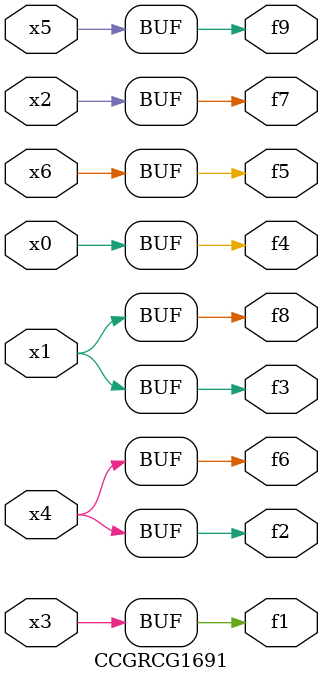
<source format=v>
module CCGRCG1691(
	input x0, x1, x2, x3, x4, x5, x6,
	output f1, f2, f3, f4, f5, f6, f7, f8, f9
);
	assign f1 = x3;
	assign f2 = x4;
	assign f3 = x1;
	assign f4 = x0;
	assign f5 = x6;
	assign f6 = x4;
	assign f7 = x2;
	assign f8 = x1;
	assign f9 = x5;
endmodule

</source>
